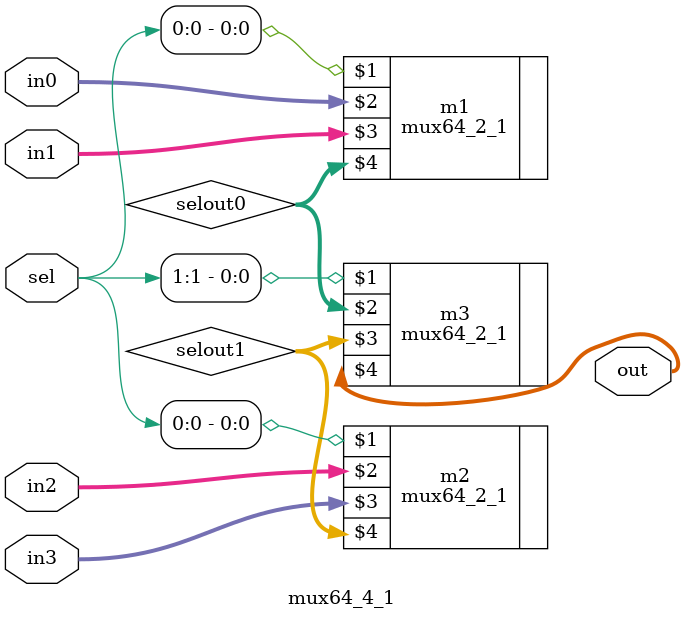
<source format=sv>
`timescale 1 ps / 100 fs

module mux64_4_1 (sel, in0, in1, in2, in3, out);
	input logic [1:0] sel;
	input logic [63:0] in0, in1, in2, in3;
	output logic [63:0]out;
	
	logic [63:0]selout0,selout1;
	
	mux64_2_1 m1 (sel[0], in0, in1, selout0);
	mux64_2_1 m2 (sel[0], in2, in3, selout1);
	mux64_2_1 m3 (sel[1], selout0, selout1, out);
	
endmodule
</source>
